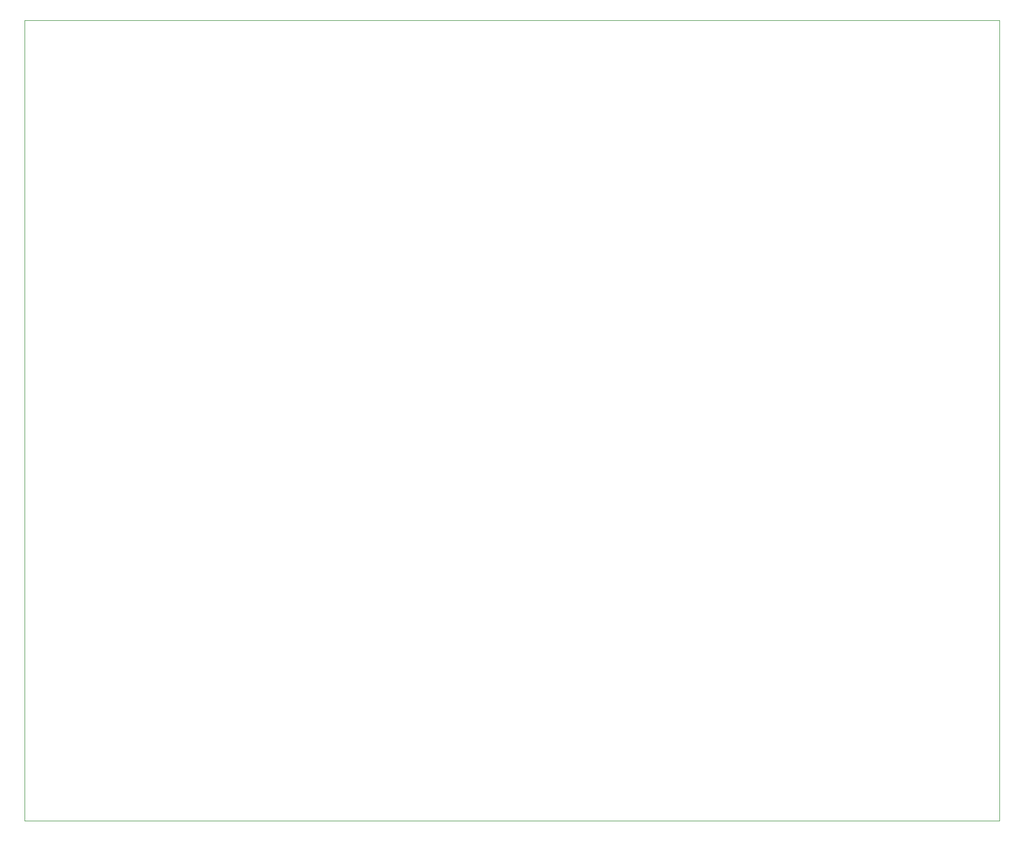
<source format=gm1>
%TF.GenerationSoftware,KiCad,Pcbnew,(5.1.7)-1*%
%TF.CreationDate,2021-11-27T23:06:36+01:00*%
%TF.ProjectId,synthesizer-board,73796e74-6865-4736-997a-65722d626f61,rev?*%
%TF.SameCoordinates,Original*%
%TF.FileFunction,Profile,NP*%
%FSLAX46Y46*%
G04 Gerber Fmt 4.6, Leading zero omitted, Abs format (unit mm)*
G04 Created by KiCad (PCBNEW (5.1.7)-1) date 2021-11-27 23:06:36*
%MOMM*%
%LPD*%
G01*
G04 APERTURE LIST*
%TA.AperFunction,Profile*%
%ADD10C,0.100000*%
%TD*%
G04 APERTURE END LIST*
D10*
X228000000Y-34000000D02*
X228000000Y-161000000D01*
X73500000Y-34000000D02*
X228000000Y-34000000D01*
X73500000Y-161000000D02*
X73500000Y-34000000D01*
X228000000Y-161000000D02*
X73500000Y-161000000D01*
M02*

</source>
